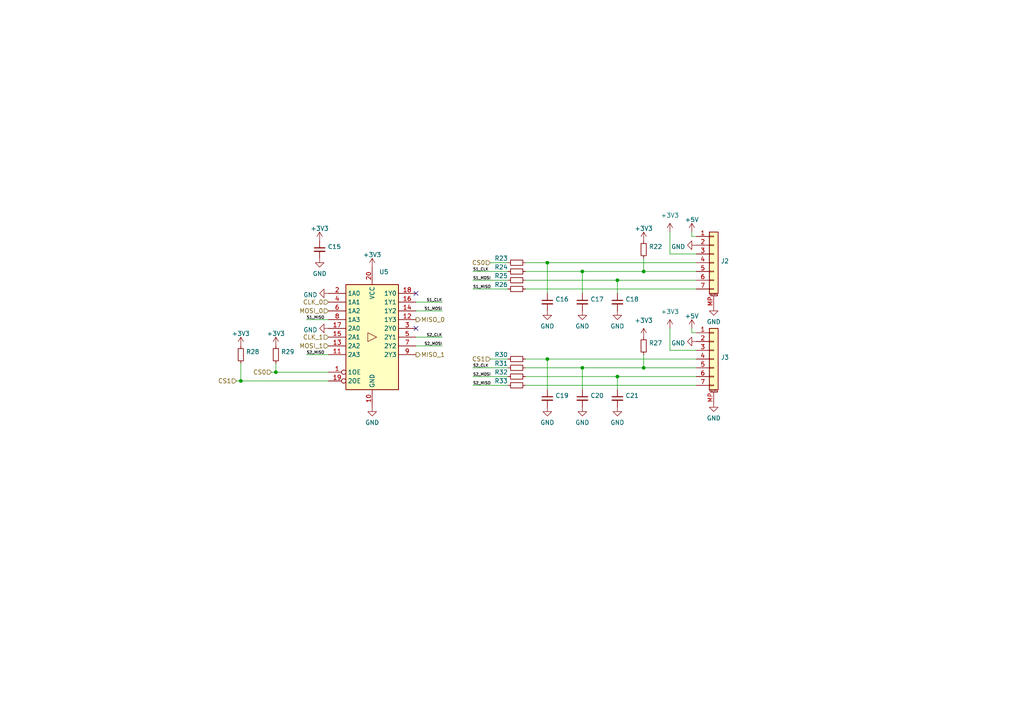
<source format=kicad_sch>
(kicad_sch (version 20211123) (generator eeschema)
  (paper "A4")
  (lib_symbols
    (symbol "74xx:74HC244"
      (property "Reference" "U" (at -7.62 16.51 0))
      (property "Value" "74HC244" (at -7.62 -16.51 0))
      (symbol "74HC244_1_0"
        (polyline (pts (xy 1.27 0) (xy -1.27 1.27) (xy -1.27 -1.27) (xy 1.27 0)) (stroke (width 0.1524)))
        (pin input inverted (at -12.7 -10.16 0) (length 5.08) (name "1OE") (number "1"))
        (pin power_in line (at 0 -20.32 90) (length 5.08) (name "GND") (number "10"))
        (pin input line (at -12.7 -5.08 0) (length 5.08) (name "2A3") (number "11"))
        (pin tri_state line (at 12.7 5.08 180) (length 5.08) (name "1Y3") (number "12"))
        (pin input line (at -12.7 -2.54 0) (length 5.08) (name "2A2") (number "13"))
        (pin tri_state line (at 12.7 7.62 180) (length 5.08) (name "1Y2") (number "14"))
        (pin input line (at -12.7 0 0) (length 5.08) (name "2A1") (number "15"))
        (pin tri_state line (at 12.7 10.16 180) (length 5.08) (name "1Y1") (number "16"))
        (pin input line (at -12.7 2.54 0) (length 5.08) (name "2A0") (number "17"))
        (pin tri_state line (at 12.7 12.7 180) (length 5.08) (name "1Y0") (number "18"))
        (pin input inverted (at -12.7 -12.7 0) (length 5.08) (name "2OE") (number "19"))
        (pin input line (at -12.7 12.7 0) (length 5.08) (name "1A0") (number "2"))
        (pin power_in line (at 0 20.32 270) (length 5.08) (name "VCC") (number "20"))
        (pin tri_state line (at 12.7 2.54 180) (length 5.08) (name "2Y0") (number "3"))
        (pin input line (at -12.7 10.16 0) (length 5.08) (name "1A1") (number "4"))
        (pin tri_state line (at 12.7 0 180) (length 5.08) (name "2Y1") (number "5"))
        (pin input line (at -12.7 7.62 0) (length 5.08) (name "1A2") (number "6"))
        (pin tri_state line (at 12.7 -2.54 180) (length 5.08) (name "2Y2") (number "7"))
        (pin input line (at -12.7 5.08 0) (length 5.08) (name "1A3") (number "8"))
        (pin tri_state line (at 12.7 -5.08 180) (length 5.08) (name "2Y3") (number "9"))
      )
      (symbol "74HC244_1_1"
        (rectangle (start -7.62 15.24) (end 7.62 -15.24) (stroke (width 0.254)) (fill (type background)))
      )
    )
    (symbol "Connector_Generic_MountingPin:Conn_01x07_MountingPin" (pin_names (offset 1.016) hide)
      (property "Reference" "J" (at 0 10.16 0))
      (property "Value" "Conn_01x07_MountingPin" (at 1.27 -10.16 0))
      (symbol "Conn_01x07_MountingPin_1_1"
        (rectangle (start -1.27 -7.493) (end 0 -7.747) (stroke (width 0.1524)))
        (rectangle (start -1.27 -4.953) (end 0 -5.207) (stroke (width 0.1524)))
        (rectangle (start -1.27 -2.413) (end 0 -2.667) (stroke (width 0.1524)))
        (rectangle (start -1.27 0.127) (end 0 -0.127) (stroke (width 0.1524)))
        (rectangle (start -1.27 2.667) (end 0 2.413) (stroke (width 0.1524)))
        (rectangle (start -1.27 5.207) (end 0 4.953) (stroke (width 0.1524)))
        (rectangle (start -1.27 7.747) (end 0 7.493) (stroke (width 0.1524)))
        (rectangle (start -1.27 8.89) (end 1.27 -8.89) (stroke (width 0.254)) (fill (type background)))
        (polyline (pts (xy -1.016 -9.652) (xy 1.016 -9.652)) (stroke (width 0.1524)))
        (text "Mounting" (at 0 -9.271 0) (effects (font (size 0.381 0.381))))
        (pin passive line (at -5.08 7.62 0) (length 3.81) (name "Pin_1") (number "1"))
        (pin passive line (at -5.08 5.08 0) (length 3.81) (name "Pin_2") (number "2"))
        (pin passive line (at -5.08 2.54 0) (length 3.81) (name "Pin_3") (number "3"))
        (pin passive line (at -5.08 0 0) (length 3.81) (name "Pin_4") (number "4"))
        (pin passive line (at -5.08 -2.54 0) (length 3.81) (name "Pin_5") (number "5"))
        (pin passive line (at -5.08 -5.08 0) (length 3.81) (name "Pin_6") (number "6"))
        (pin passive line (at -5.08 -7.62 0) (length 3.81) (name "Pin_7") (number "7"))
        (pin passive line (at 0 -12.7 90) (length 3.048) (name "MountPin") (number "MP"))
      )
    )
    (symbol "Device:C_Small" (pin_numbers hide) (pin_names (offset 0.254) hide)
      (property "Reference" "C" (at 0.254 1.778 0))
      (property "Value" "C_Small" (at 0.254 -2.032 0))
      (symbol "C_Small_0_1"
        (polyline (pts (xy -1.524 -0.508) (xy 1.524 -0.508)) (stroke (width 0.3302)))
        (polyline (pts (xy -1.524 0.508) (xy 1.524 0.508)) (stroke (width 0.3048)))
      )
      (symbol "C_Small_1_1"
        (pin passive line (at 0 2.54 270) (length 2.032) (name "~") (number "1"))
        (pin passive line (at 0 -2.54 90) (length 2.032) (name "~") (number "2"))
      )
    )
    (symbol "Device:R_Small" (pin_numbers hide) (pin_names (offset 0.254) hide)
      (property "Reference" "R" (at 0.762 0.508 0))
      (property "Value" "R_Small" (at 0.762 -1.016 0))
      (symbol "R_Small_0_1"
        (rectangle (start -0.762 1.778) (end 0.762 -1.778) (stroke (width 0.2032)))
      )
      (symbol "R_Small_1_1"
        (pin passive line (at 0 2.54 270) (length 0.762) (name "~") (number "1"))
        (pin passive line (at 0 -2.54 90) (length 0.762) (name "~") (number "2"))
      )
    )
    (symbol "power:+3.3V" (power) (pin_names (offset 0))
      (property "Value" "+3.3V" (at 0 3.556 0))
      (symbol "+3.3V_0_1"
        (polyline (pts (xy -0.762 1.27) (xy 0 2.54)))
        (polyline (pts (xy 0 0) (xy 0 2.54)))
        (polyline (pts (xy 0 2.54) (xy 0.762 1.27)))
      )
      (symbol "+3.3V_1_1"
        (pin power_in line (at 0 0 90) (length 0) hide (name "+3V3") (number "1"))
      )
    )
    (symbol "power:+5V" (power) (pin_names (offset 0))
      (property "Value" "+5V" (at 0 3.556 0))
      (symbol "+5V_0_1"
        (polyline (pts (xy -0.762 1.27) (xy 0 2.54)))
        (polyline (pts (xy 0 0) (xy 0 2.54)))
        (polyline (pts (xy 0 2.54) (xy 0.762 1.27)))
      )
      (symbol "+5V_1_1"
        (pin power_in line (at 0 0 90) (length 0) hide (name "+5V") (number "1"))
      )
    )
    (symbol "power:GND" (power) (pin_names (offset 0))
      (property "Value" "GND" (at 0 -3.81 0))
      (symbol "GND_0_1"
        (polyline (pts (xy 0 0) (xy 0 -1.27) (xy 1.27 -1.27) (xy 0 -2.54) (xy -1.27 -1.27) (xy 0 -1.27)))
      )
      (symbol "GND_1_1"
        (pin power_in line (at 0 0 270) (length 0) hide (name "GND") (number "1"))
      )
    )
  )
  (junction (at 158.75 76.2))
  (junction (at 168.91 106.68))
  (junction (at 186.69 78.74))
  (junction (at 179.07 81.28))
  (junction (at 158.75 104.14))
  (junction (at 186.69 106.68))
  (junction (at 69.85 110.49))
  (junction (at 80.01 107.95))
  (junction (at 179.07 109.22))
  (junction (at 168.91 78.74))
  (no_connect (at 120.65 95.25))
  (no_connect (at 120.65 85.09))
  (wire (pts (xy 137.16 106.68) (xy 147.32 106.68)))
  (wire (pts (xy 152.4 76.2) (xy 158.75 76.2)))
  (wire (pts (xy 152.4 106.68) (xy 168.91 106.68)))
  (wire (pts (xy 152.4 83.82) (xy 201.93 83.82)))
  (wire (pts (xy 158.75 104.14) (xy 158.75 113.03)))
  (wire (pts (xy 120.65 87.63) (xy 128.27 87.63)))
  (wire (pts (xy 194.31 95.25) (xy 194.31 101.6)))
  (wire (pts (xy 152.4 81.28) (xy 179.07 81.28)))
  (wire (pts (xy 200.66 96.52) (xy 201.93 96.52)))
  (wire (pts (xy 152.4 78.74) (xy 168.91 78.74)))
  (wire (pts (xy 78.74 107.95) (xy 80.01 107.95)))
  (wire (pts (xy 200.66 68.58) (xy 201.93 68.58)))
  (wire (pts (xy 152.4 109.22) (xy 179.07 109.22)))
  (wire (pts (xy 147.32 109.22) (xy 137.16 109.22)))
  (wire (pts (xy 179.07 81.28) (xy 179.07 85.09)))
  (wire (pts (xy 200.66 67.31) (xy 200.66 68.58)))
  (wire (pts (xy 179.07 109.22) (xy 179.07 113.03)))
  (wire (pts (xy 120.65 90.17) (xy 128.27 90.17)))
  (wire (pts (xy 142.24 104.14) (xy 147.32 104.14)))
  (wire (pts (xy 88.9 92.71) (xy 95.25 92.71)))
  (wire (pts (xy 168.91 78.74) (xy 186.69 78.74)))
  (wire (pts (xy 186.69 106.68) (xy 186.69 102.87)))
  (wire (pts (xy 120.65 97.79) (xy 128.27 97.79)))
  (wire (pts (xy 142.24 76.2) (xy 147.32 76.2)))
  (wire (pts (xy 137.16 83.82) (xy 147.32 83.82)))
  (wire (pts (xy 80.01 107.95) (xy 95.25 107.95)))
  (wire (pts (xy 179.07 81.28) (xy 201.93 81.28)))
  (wire (pts (xy 68.58 110.49) (xy 69.85 110.49)))
  (wire (pts (xy 194.31 67.31) (xy 194.31 73.66)))
  (wire (pts (xy 158.75 76.2) (xy 201.93 76.2)))
  (wire (pts (xy 158.75 76.2) (xy 158.75 85.09)))
  (wire (pts (xy 186.69 78.74) (xy 201.93 78.74)))
  (wire (pts (xy 137.16 111.76) (xy 147.32 111.76)))
  (wire (pts (xy 158.75 104.14) (xy 201.93 104.14)))
  (wire (pts (xy 137.16 78.74) (xy 147.32 78.74)))
  (wire (pts (xy 168.91 106.68) (xy 168.91 113.03)))
  (wire (pts (xy 179.07 109.22) (xy 201.93 109.22)))
  (wire (pts (xy 95.25 110.49) (xy 69.85 110.49)))
  (wire (pts (xy 152.4 111.76) (xy 201.93 111.76)))
  (wire (pts (xy 194.31 101.6) (xy 201.93 101.6)))
  (wire (pts (xy 120.65 100.33) (xy 128.27 100.33)))
  (wire (pts (xy 69.85 110.49) (xy 69.85 105.41)))
  (wire (pts (xy 186.69 78.74) (xy 186.69 74.93)))
  (wire (pts (xy 88.9 102.87) (xy 95.25 102.87)))
  (wire (pts (xy 168.91 106.68) (xy 186.69 106.68)))
  (wire (pts (xy 168.91 78.74) (xy 168.91 85.09)))
  (wire (pts (xy 194.31 73.66) (xy 201.93 73.66)))
  (wire (pts (xy 152.4 104.14) (xy 158.75 104.14)))
  (wire (pts (xy 137.16 81.28) (xy 147.32 81.28)))
  (wire (pts (xy 186.69 106.68) (xy 201.93 106.68)))
  (wire (pts (xy 80.01 105.41) (xy 80.01 107.95)))
  (wire (pts (xy 200.66 95.25) (xy 200.66 96.52)))
  (label "S1_MISO" (at 137.16 83.82 0) (effects (font (size 0.8 0.8))))
  (label "S2_MOSI" (at 128.27 100.33 180) (effects (font (size 0.8 0.8))))
  (label "S1_MOSI" (at 137.16 81.28 0) (effects (font (size 0.8 0.8))))
  (label "S2_MISO" (at 88.9 102.87 0) (effects (font (size 0.8 0.8))))
  (label "S2_MISO" (at 137.16 111.76 0) (effects (font (size 0.8 0.8))))
  (label "S2_CLK" (at 137.16 106.68 0) (effects (font (size 0.8 0.8))))
  (label "S1_MISO" (at 88.9 92.71 0) (effects (font (size 0.8 0.8))))
  (label "S2_CLK" (at 128.27 97.79 180) (effects (font (size 0.8 0.8))))
  (label "S1_CLK" (at 128.27 87.63 180) (effects (font (size 0.8 0.8))))
  (label "S1_CLK" (at 137.16 78.74 0) (effects (font (size 0.8 0.8))))
  (label "S2_MOSI" (at 137.16 109.22 0) (effects (font (size 0.8 0.8))))
  (label "S1_MOSI" (at 128.27 90.17 180) (effects (font (size 0.8 0.8))))
  (hierarchical_label "MISO_0" (shape output) (at 120.65 92.71 0))
  (hierarchical_label "CLK_0" (shape input) (at 95.25 87.63 180))
  (hierarchical_label "CS0" (shape input) (at 142.24 76.2 180))
  (hierarchical_label "MOSI_1" (shape input) (at 95.25 100.33 180))
  (hierarchical_label "MOSI_0" (shape input) (at 95.25 90.17 180))
  (hierarchical_label "CS0" (shape input) (at 78.74 107.95 180))
  (hierarchical_label "CLK_1" (shape input) (at 95.25 97.79 180))
  (hierarchical_label "CS1" (shape input) (at 68.58 110.49 180))
  (hierarchical_label "CS1" (shape input) (at 142.24 104.14 180))
  (hierarchical_label "MISO_1" (shape output) (at 120.65 102.87 0))
  (symbol (lib_id "Device:R_Small") (at 149.86 81.28 90) (unit 1)
    (property "Reference" "R25" (at 147.32 80.01 90) (effects (justify left)))
    (property "LCSC" "C25076" (effects hide))
  )
  (symbol (lib_id "Device:C_Small") (at 158.75 87.63 0) (unit 1)
    (property "Reference" "C16" (at 161.0741 86.8016 0) (effects (justify left)))
    (property "LCSC" "C1530" (effects hide))
  )
  (symbol (lib_id "power:+3.3V") (at 186.69 97.79 0) (unit 1)
    (property "Reference" "#PWR058" (effects hide))
    (property "Value" "+3.3V" (at 186.69 92.9442 0))
  )
  (symbol (lib_id "Device:R_Small") (at 80.01 102.87 0) (unit 1)
    (property "Reference" "R29" (at 81.5086 102.0353 0) (effects (justify left)))
    (property "LCSC" "C25744" (effects hide))
  )
  (symbol (lib_id "Device:C_Small") (at 158.75 115.57 0) (unit 1)
    (property "Reference" "C19" (at 161.0741 114.7416 0) (effects (justify left)))
    (property "LCSC" "C1530" (effects hide))
  )
  (symbol (lib_id "Device:C_Small") (at 168.91 87.63 0) (unit 1)
    (property "Reference" "C17" (at 171.2341 86.8016 0) (effects (justify left)))
    (property "LCSC" "C1530" (effects hide))
  )
  (symbol (lib_id "Device:C_Small") (at 179.07 115.57 0) (unit 1)
    (property "Reference" "C21" (at 181.3941 114.7416 0) (effects (justify left)))
    (property "LCSC" "C1530" (effects hide))
  )
  (symbol (lib_id "Connector_Generic_MountingPin:Conn_01x07_MountingPin") (at 207.01 76.2 0) (unit 1)
    (property "Reference" "J2" (at 209.042 75.7209 0) (effects (justify left)))
    (property "Datasheet" "https://www.jst-mfg.com/product/pdf/eng/eGH.pdf" (effects hide))
    (property "LCSC" "C495552" (effects hide))
    (property "JLCPCB_CORRECTION" "0;0;180" (effects hide))
  )
  (symbol (lib_id "power:+5V") (at 200.66 95.25 0) (unit 1)
    (property "Reference" "#PWR057" (effects hide))
    (property "Value" "+5V" (at 200.66 91.6742 0))
  )
  (symbol (lib_id "power:+3.3V") (at 92.71 69.85 0) (unit 1)
    (property "Reference" "#PWR045" (effects hide))
    (property "Value" "+3.3V" (at 92.71 66.2742 0))
  )
  (symbol (lib_id "Device:R_Small") (at 149.86 106.68 90) (unit 1)
    (property "Reference" "R31" (at 147.32 105.41 90) (effects (justify left)))
    (property "LCSC" "C25076" (effects hide))
  )
  (symbol (lib_id "power:+3.3V") (at 107.95 77.47 0) (unit 1)
    (property "Reference" "#PWR049" (effects hide))
    (property "Value" "+3.3V" (at 107.95 73.8942 0))
  )
  (symbol (lib_id "power:GND") (at 168.91 90.17 0) (unit 1)
    (property "Reference" "#PWR053" (effects hide))
    (property "Value" "GND" (at 168.91 94.6134 0))
  )
  (symbol (lib_id "power:GND") (at 207.01 116.84 0) (unit 1)
    (property "Reference" "#PWR062" (effects hide))
    (property "Value" "GND" (at 207.01 121.2834 0))
  )
  (symbol (lib_id "power:+5V") (at 200.66 67.31 0) (unit 1)
    (property "Reference" "#PWR044" (effects hide))
    (property "Value" "+5V" (at 200.66 63.7342 0))
  )
  (symbol (lib_id "power:+3.3V") (at 80.01 100.33 0) (unit 1)
    (property "Reference" "#PWR061" (effects hide))
    (property "Value" "+3.3V" (at 80.01 96.7542 0))
  )
  (symbol (lib_id "Device:R_Small") (at 69.85 102.87 0) (unit 1)
    (property "Reference" "R28" (at 71.3486 102.0353 0) (effects (justify left)))
    (property "LCSC" "C25744" (effects hide))
  )
  (symbol (lib_id "Device:C_Small") (at 168.91 115.57 0) (unit 1)
    (property "Reference" "C20" (at 171.2341 114.7416 0) (effects (justify left)))
    (property "LCSC" "C1530" (effects hide))
  )
  (symbol (lib_id "Connector_Generic_MountingPin:Conn_01x07_MountingPin") (at 207.01 104.14 0) (unit 1)
    (property "Reference" "J3" (at 209.042 103.6609 0) (effects (justify left)))
    (property "Datasheet" "https://www.jst-mfg.com/product/pdf/eng/eGH.pdf" (effects hide))
    (property "LCSC" "C495552" (effects hide))
    (property "JLCPCB_CORRECTION" "0;0;180" (effects hide))
  )
  (symbol (lib_id "power:+3.3V") (at 194.31 67.31 0) (unit 1)
    (property "Reference" "#PWR043" (effects hide))
    (property "Value" "+3.3V" (at 194.31 62.4642 0))
  )
  (symbol (lib_id "Device:R_Small") (at 149.86 78.74 90) (unit 1)
    (property "Reference" "R24" (at 147.32 77.47 90) (effects (justify left)))
    (property "LCSC" "C25076" (effects hide))
  )
  (symbol (lib_id "Device:C_Small") (at 92.71 72.39 0) (unit 1)
    (property "Reference" "C15" (at 95.0341 71.5616 0) (effects (justify left)))
    (property "LCSC" "C1525" (effects hide))
  )
  (symbol (lib_id "power:GND") (at 168.91 118.11 0) (unit 1)
    (property "Reference" "#PWR065" (effects hide))
    (property "Value" "GND" (at 168.91 122.5534 0))
  )
  (symbol (lib_id "power:GND") (at 158.75 118.11 0) (unit 1)
    (property "Reference" "#PWR064" (effects hide))
    (property "Value" "GND" (at 158.75 122.5534 0))
  )
  (symbol (lib_id "power:+3.3V") (at 194.31 95.25 0) (unit 1)
    (property "Reference" "#PWR056" (effects hide))
    (property "Value" "+3.3V" (at 194.31 90.4042 0))
  )
  (symbol (lib_id "power:GND") (at 107.95 118.11 0) (unit 1)
    (property "Reference" "#PWR063" (effects hide))
    (property "Value" "GND" (at 107.95 122.5534 0))
  )
  (symbol (lib_id "Device:C_Small") (at 179.07 87.63 0) (unit 1)
    (property "Reference" "C18" (at 181.3941 86.8016 0) (effects (justify left)))
    (property "LCSC" "C1530" (effects hide))
  )
  (symbol (lib_id "Device:R_Small") (at 149.86 104.14 90) (unit 1)
    (property "Reference" "R30" (at 147.32 102.87 90) (effects (justify left)))
    (property "LCSC" "C25076" (effects hide))
  )
  (symbol (lib_id "Device:R_Small") (at 149.86 83.82 90) (unit 1)
    (property "Reference" "R26" (at 147.32 82.55 90) (effects (justify left)))
    (property "LCSC" "C25076" (effects hide))
  )
  (symbol (lib_id "power:GND") (at 95.25 85.09 270) (unit 1)
    (property "Reference" "#PWR050" (effects hide))
    (property "Value" "GND" (at 92.0751 85.5238 90) (effects (justify right)))
  )
  (symbol (lib_id "power:GND") (at 207.01 88.9 0) (unit 1)
    (property "Reference" "#PWR051" (effects hide))
    (property "Value" "GND" (at 207.01 93.3434 0))
  )
  (symbol (lib_id "power:GND") (at 179.07 118.11 0) (unit 1)
    (property "Reference" "#PWR066" (effects hide))
    (property "Value" "GND" (at 179.07 122.5534 0))
  )
  (symbol (lib_id "Device:R_Small") (at 149.86 111.76 90) (unit 1)
    (property "Reference" "R33" (at 147.32 110.49 90) (effects (justify left)))
    (property "LCSC" "C25076" (effects hide))
  )
  (symbol (lib_id "power:GND") (at 179.07 90.17 0) (unit 1)
    (property "Reference" "#PWR054" (effects hide))
    (property "Value" "GND" (at 179.07 94.6134 0))
  )
  (symbol (lib_id "Device:R_Small") (at 149.86 109.22 90) (unit 1)
    (property "Reference" "R32" (at 147.32 107.95 90) (effects (justify left)))
    (property "LCSC" "C25076" (effects hide))
  )
  (symbol (lib_id "power:GND") (at 158.75 90.17 0) (unit 1)
    (property "Reference" "#PWR052" (effects hide))
    (property "Value" "GND" (at 158.75 94.6134 0))
  )
  (symbol (lib_id "power:GND") (at 92.71 74.93 0) (unit 1)
    (property "Reference" "#PWR048" (effects hide))
    (property "Value" "GND" (at 92.71 79.3734 0))
  )
  (symbol (lib_id "74xx:74HC244") (at 107.95 97.79 0) (unit 1)
    (property "Reference" "U5" (at 109.9694 78.8502 0) (effects (justify left)))
    (property "Datasheet" "https://assets.nexperia.com/documents/data-sheet/74HC_HCT244.pdf" (effects hide))
    (property "LCSC" "C6835" (effects hide))
    (property "JLCPCB_CORRECTION" "0;0;270" (effects hide))
  )
  (symbol (lib_id "power:GND") (at 201.93 71.12 270) (unit 1)
    (property "Reference" "#PWR047" (effects hide))
    (property "Value" "GND" (at 198.7551 71.5538 90) (effects (justify right)))
  )
  (symbol (lib_id "Device:R_Small") (at 186.69 72.39 0) (unit 1)
    (property "Reference" "R22" (at 188.1886 71.5553 0) (effects (justify left)))
    (property "LCSC" "C25741" (effects hide))
  )
  (symbol (lib_id "power:+3.3V") (at 69.85 100.33 0) (unit 1)
    (property "Reference" "#PWR060" (effects hide))
    (property "Value" "+3.3V" (at 69.85 96.7542 0))
  )
  (symbol (lib_id "power:GND") (at 201.93 99.06 270) (unit 1)
    (property "Reference" "#PWR059" (effects hide))
    (property "Value" "GND" (at 198.7551 99.4938 90) (effects (justify right)))
  )
  (symbol (lib_id "Device:R_Small") (at 186.69 100.33 0) (unit 1)
    (property "Reference" "R27" (at 188.1886 99.4953 0) (effects (justify left)))
    (property "LCSC" "C25741" (effects hide))
  )
  (symbol (lib_id "power:GND") (at 95.25 95.25 270) (unit 1)
    (property "Reference" "#PWR055" (effects hide))
    (property "Value" "GND" (at 92.0751 95.6838 90) (effects (justify right)))
  )
  (symbol (lib_id "power:+3.3V") (at 186.69 69.85 0) (unit 1)
    (property "Reference" "#PWR046" (effects hide))
    (property "Value" "+3.3V" (at 186.69 66.2742 0))
  )
  (symbol (lib_id "Device:R_Small") (at 149.86 76.2 90) (unit 1)
    (property "Reference" "R23" (at 147.32 74.93 90) (effects (justify left)))
    (property "LCSC" "C25076" (effects hide))
  )
)
</source>
